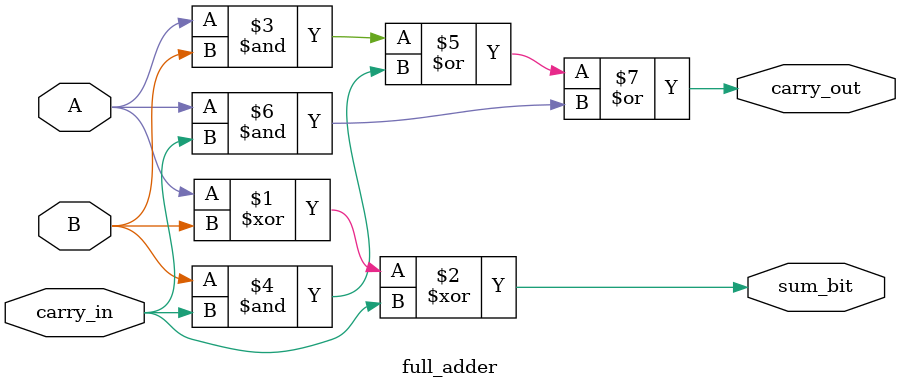
<source format=v>
module full_adder (
  input wire A, // 1 input bit
  input wire B, // 1 input bit
  input wire carry_in, // carry in bit
  output wire sum_bit,
  output wire carry_out
);

assign sum_bit = A^B^carry_in;
assign carry_out = A&B | B&carry_in | A&carry_in; // if any two are turned on

endmodule
</source>
